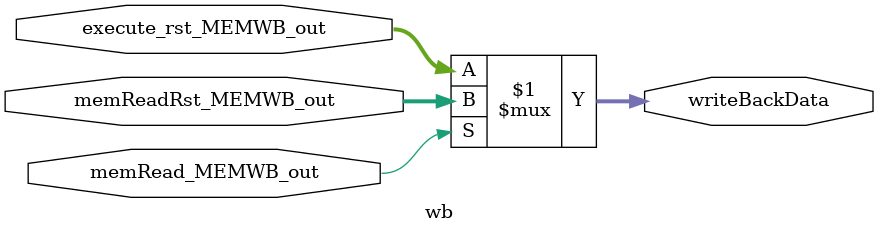
<source format=sv>
`default_nettype none

module wb (
        ///// INPUTS  /////
        input wire [31:0] memReadRst_MEMWB_out,
        input wire memRead_MEMWB_out,
        input wire [31:0] execute_rst_MEMWB_out,

        ///// OUTPUTS  /////
        output wire [31:0] writeBackData

        );

        assign writeBackData = (memRead_MEMWB_out) ? memReadRst_MEMWB_out : execute_rst_MEMWB_out;

endmodule

`default_nettype wire
</source>
